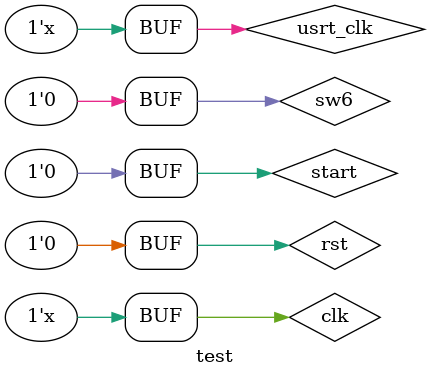
<source format=v>
`timescale 1ns / 1ps


module test;

	// Inputs
	reg clk;
	reg usrt_clk;
	reg rst;
	reg start;
	reg sw6;

	// Outputs
	wire RTS;
	wire TXD;

	// Instantiate the Unit Under Test (UUT)
	top uut (
		.clk(clk), 
		.usrt_clk(usrt_clk), 
		.rst(rst), 
		.start(start), 
		.sw6(sw6), 
		.RTS(RTS), 
		.TXD(TXD)
	);
	
	always #5 clk<=~clk;
	always #10 usrt_clk <= ~usrt_clk; 

	initial begin
		// Initialize Inputs
		clk = 0;
		usrt_clk = 0;
		rst = 0;
		start = 0;
		sw6 = 0;

		// Wait 100 ns for global reset to finish
		#100;
        
		#10 rst=1;
		#10 rst=0;
		#10 start=1;
		#10000 start=0; 
		// Add stimulus here

	end
      
endmodule


</source>
